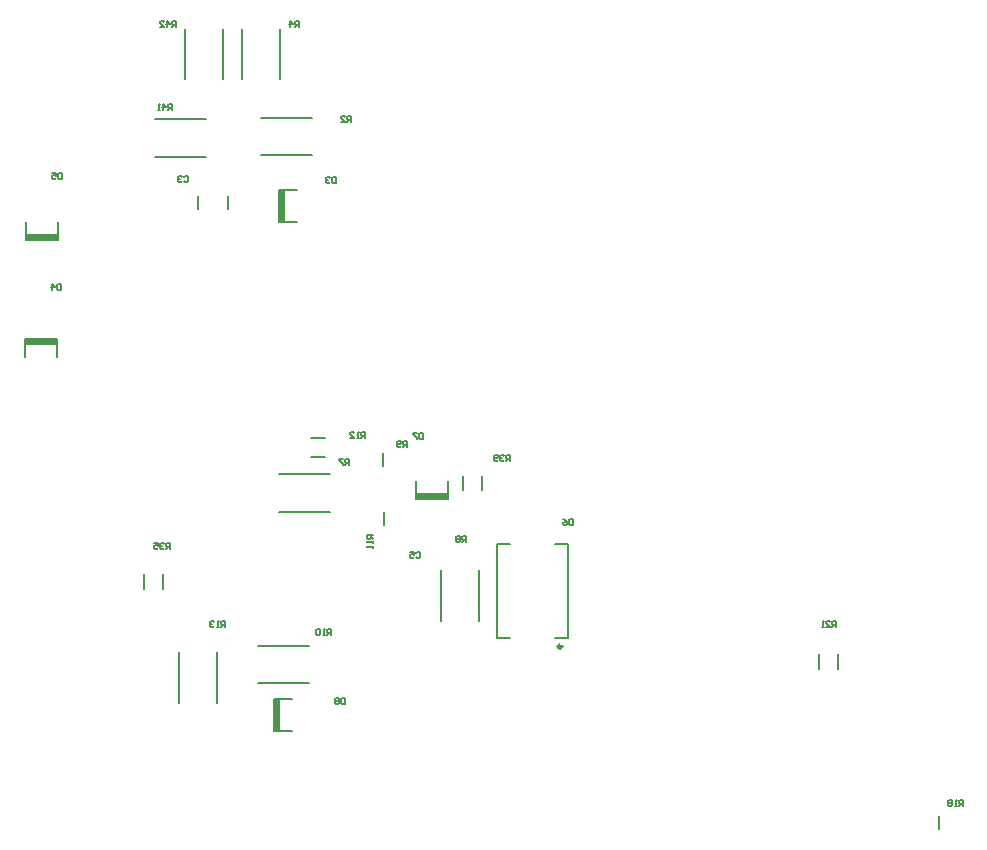
<source format=gbo>
G04*
G04 #@! TF.GenerationSoftware,Altium Limited,Altium Designer,18.1.7 (191)*
G04*
G04 Layer_Color=32896*
%FSLAX25Y25*%
%MOIN*%
G70*
G01*
G75*
%ADD15C,0.01181*%
%ADD17C,0.00500*%
%ADD20C,0.00787*%
%ADD118R,0.10630X0.01968*%
%ADD119R,0.01968X0.10630*%
D15*
X312146Y158996D02*
G03*
X312146Y158996I-591J0D01*
G01*
D17*
X181709Y191547D02*
Y193547D01*
X180709D01*
X180376Y193213D01*
Y192547D01*
X180709Y192214D01*
X181709D01*
X181042D02*
X180376Y191547D01*
X179709Y193213D02*
X179376Y193547D01*
X178710D01*
X178376Y193213D01*
Y192880D01*
X178710Y192547D01*
X179043D01*
X178710D01*
X178376Y192214D01*
Y191881D01*
X178710Y191547D01*
X179376D01*
X179709Y191881D01*
X176377Y193547D02*
X177710D01*
Y192547D01*
X177043Y192880D01*
X176710D01*
X176377Y192547D01*
Y191881D01*
X176710Y191547D01*
X177377D01*
X177710Y191881D01*
X263526Y190355D02*
X263859Y190688D01*
X264525D01*
X264859Y190355D01*
Y189022D01*
X264525Y188689D01*
X263859D01*
X263526Y189022D01*
X261526Y190688D02*
X262859D01*
Y189688D01*
X262193Y190022D01*
X261860D01*
X261526Y189688D01*
Y189022D01*
X261860Y188689D01*
X262526D01*
X262859Y189022D01*
X183500Y365500D02*
Y367499D01*
X182500D01*
X182167Y367166D01*
Y366500D01*
X182500Y366166D01*
X183500D01*
X182834D02*
X182167Y365500D01*
X180501D02*
Y367499D01*
X181501Y366500D01*
X180168D01*
X178168Y365500D02*
X179501D01*
X178168Y366833D01*
Y367166D01*
X178502Y367499D01*
X179168D01*
X179501Y367166D01*
X182201Y338000D02*
Y339999D01*
X181201D01*
X180868Y339666D01*
Y338999D01*
X181201Y338666D01*
X182201D01*
X181534D02*
X180868Y338000D01*
X179202D02*
Y339999D01*
X180201Y338999D01*
X178868D01*
X178202Y338000D02*
X177536D01*
X177869D01*
Y339999D01*
X178202Y339666D01*
X294859Y220895D02*
Y222894D01*
X293859D01*
X293526Y222561D01*
Y221894D01*
X293859Y221561D01*
X294859D01*
X294192D02*
X293526Y220895D01*
X292859Y222561D02*
X292526Y222894D01*
X291860D01*
X291526Y222561D01*
Y222227D01*
X291860Y221894D01*
X292193D01*
X291860D01*
X291526Y221561D01*
Y221228D01*
X291860Y220895D01*
X292526D01*
X292859Y221228D01*
X290860D02*
X290527Y220895D01*
X289860D01*
X289527Y221228D01*
Y222561D01*
X289860Y222894D01*
X290527D01*
X290860Y222561D01*
Y222227D01*
X290527Y221894D01*
X289527D01*
X403589Y165500D02*
Y167499D01*
X402589D01*
X402256Y167166D01*
Y166500D01*
X402589Y166166D01*
X403589D01*
X402922D02*
X402256Y165500D01*
X400256D02*
X401589D01*
X400256Y166833D01*
Y167166D01*
X400590Y167499D01*
X401256D01*
X401589Y167166D01*
X399590Y165500D02*
X398923D01*
X399257D01*
Y167499D01*
X399590Y167166D01*
X446000Y106000D02*
Y107999D01*
X445000D01*
X444667Y107666D01*
Y107000D01*
X445000Y106667D01*
X446000D01*
X445334D02*
X444667Y106000D01*
X444001D02*
X443334D01*
X443667D01*
Y107999D01*
X444001Y107666D01*
X442335D02*
X442001Y107999D01*
X441335D01*
X441002Y107666D01*
Y107333D01*
X441335Y107000D01*
X441002Y106667D01*
Y106333D01*
X441335Y106000D01*
X442001D01*
X442335Y106333D01*
Y106667D01*
X442001Y107000D01*
X442335Y107333D01*
Y107666D01*
X442001Y107000D02*
X441335D01*
X200109Y165623D02*
Y167622D01*
X199109D01*
X198776Y167289D01*
Y166622D01*
X199109Y166289D01*
X200109D01*
X199442D02*
X198776Y165623D01*
X198109D02*
X197443D01*
X197776D01*
Y167622D01*
X198109Y167289D01*
X196443D02*
X196110Y167622D01*
X195444D01*
X195110Y167289D01*
Y166955D01*
X195444Y166622D01*
X195777D01*
X195444D01*
X195110Y166289D01*
Y165956D01*
X195444Y165623D01*
X196110D01*
X196443Y165956D01*
X246535Y228614D02*
Y230613D01*
X245536D01*
X245202Y230280D01*
Y229613D01*
X245536Y229280D01*
X246535D01*
X245869D02*
X245202Y228614D01*
X244536D02*
X243870D01*
X244203D01*
Y230613D01*
X244536Y230280D01*
X241537Y228614D02*
X242870D01*
X241537Y229947D01*
Y230280D01*
X241870Y230613D01*
X242537D01*
X242870Y230280D01*
X249358Y196350D02*
X247359D01*
Y195351D01*
X247692Y195018D01*
X248359D01*
X248692Y195351D01*
Y196350D01*
Y195684D02*
X249358Y195018D01*
Y194351D02*
Y193685D01*
Y194018D01*
X247359D01*
X247692Y194351D01*
X249358Y192685D02*
Y192018D01*
Y192352D01*
X247359D01*
X247692Y192685D01*
X235347Y163000D02*
Y164999D01*
X234347D01*
X234014Y164666D01*
Y164000D01*
X234347Y163666D01*
X235347D01*
X234680D02*
X234014Y163000D01*
X233347D02*
X232681D01*
X233014D01*
Y164999D01*
X233347Y164666D01*
X231681D02*
X231348Y164999D01*
X230681D01*
X230348Y164666D01*
Y163333D01*
X230681Y163000D01*
X231348D01*
X231681Y163333D01*
Y164666D01*
X260657Y225456D02*
Y227456D01*
X259658D01*
X259324Y227122D01*
Y226456D01*
X259658Y226123D01*
X260657D01*
X259991D02*
X259324Y225456D01*
X258658Y225790D02*
X258325Y225456D01*
X257658D01*
X257325Y225790D01*
Y227122D01*
X257658Y227456D01*
X258325D01*
X258658Y227122D01*
Y226789D01*
X258325Y226456D01*
X257325D01*
X280359Y193768D02*
Y195767D01*
X279359D01*
X279026Y195434D01*
Y194767D01*
X279359Y194434D01*
X280359D01*
X279692D02*
X279026Y193768D01*
X278359Y195434D02*
X278026Y195767D01*
X277360D01*
X277026Y195434D01*
Y195101D01*
X277360Y194767D01*
X277026Y194434D01*
Y194101D01*
X277360Y193768D01*
X278026D01*
X278359Y194101D01*
Y194434D01*
X278026Y194767D01*
X278359Y195101D01*
Y195434D01*
X278026Y194767D02*
X277360D01*
X241359Y219595D02*
Y221594D01*
X240359D01*
X240026Y221261D01*
Y220594D01*
X240359Y220261D01*
X241359D01*
X240692D02*
X240026Y219595D01*
X239359Y221594D02*
X238026D01*
Y221261D01*
X239359Y219928D01*
Y219595D01*
X224500Y365500D02*
Y367499D01*
X223500D01*
X223167Y367166D01*
Y366500D01*
X223500Y366166D01*
X224500D01*
X223834D02*
X223167Y365500D01*
X221501D02*
Y367499D01*
X222501Y366500D01*
X221168D01*
X242000Y333902D02*
Y335901D01*
X241000D01*
X240667Y335568D01*
Y334901D01*
X241000Y334568D01*
X242000D01*
X241333D02*
X240667Y333902D01*
X238667D02*
X240000D01*
X238667Y335234D01*
Y335568D01*
X239001Y335901D01*
X239667D01*
X240000Y335568D01*
X239859Y141909D02*
Y139909D01*
X238859D01*
X238526Y140243D01*
Y141576D01*
X238859Y141909D01*
X239859D01*
X237859Y141576D02*
X237526Y141909D01*
X236860D01*
X236526Y141576D01*
Y141242D01*
X236860Y140909D01*
X236526Y140576D01*
Y140243D01*
X236860Y139909D01*
X237526D01*
X237859Y140243D01*
Y140576D01*
X237526Y140909D01*
X237859Y141242D01*
Y141576D01*
X237526Y140909D02*
X236860D01*
X265906Y230247D02*
Y228248D01*
X264906D01*
X264573Y228581D01*
Y229914D01*
X264906Y230247D01*
X265906D01*
X263907D02*
X262574D01*
Y229914D01*
X263907Y228581D01*
Y228248D01*
X316000Y201499D02*
Y199500D01*
X315000D01*
X314667Y199833D01*
Y201166D01*
X315000Y201499D01*
X316000D01*
X312668D02*
X313334Y201166D01*
X314001Y200500D01*
Y199833D01*
X313667Y199500D01*
X313001D01*
X312668Y199833D01*
Y200167D01*
X313001Y200500D01*
X314001D01*
X145587Y316999D02*
Y315000D01*
X144587D01*
X144254Y315333D01*
Y316666D01*
X144587Y316999D01*
X145587D01*
X142254D02*
X143587D01*
Y316000D01*
X142921Y316333D01*
X142588D01*
X142254Y316000D01*
Y315333D01*
X142588Y315000D01*
X143254D01*
X143587Y315333D01*
X145300Y279699D02*
Y277700D01*
X144300D01*
X143967Y278033D01*
Y279366D01*
X144300Y279699D01*
X145300D01*
X142301Y277700D02*
Y279699D01*
X143301Y278700D01*
X141968D01*
X237000Y315692D02*
Y313693D01*
X236000D01*
X235667Y314026D01*
Y315359D01*
X236000Y315692D01*
X237000D01*
X235001Y315359D02*
X234667Y315692D01*
X234001D01*
X233668Y315359D01*
Y315026D01*
X234001Y314693D01*
X234334D01*
X234001D01*
X233668Y314359D01*
Y314026D01*
X234001Y313693D01*
X234667D01*
X235001Y314026D01*
X186167Y315666D02*
X186500Y315999D01*
X187167D01*
X187500Y315666D01*
Y314333D01*
X187167Y314000D01*
X186500D01*
X186167Y314333D01*
X185501Y315666D02*
X185167Y315999D01*
X184501D01*
X184168Y315666D01*
Y315333D01*
X184501Y315000D01*
X184834D01*
X184501D01*
X184168Y314666D01*
Y314333D01*
X184501Y314000D01*
X185167D01*
X185501Y314333D01*
D20*
X172850Y178358D02*
Y183083D01*
X179150Y178358D02*
Y183083D01*
X397850Y151638D02*
Y156362D01*
X404150Y151638D02*
Y156362D01*
X438000Y98335D02*
Y102665D01*
X133685Y294547D02*
X144315D01*
X133685D02*
Y300453D01*
X144315Y294547D02*
Y300453D01*
X186701Y348035D02*
Y364965D01*
X199299Y348035D02*
Y364965D01*
X218299Y348035D02*
Y364965D01*
X205701Y348035D02*
Y364965D01*
X212035Y335299D02*
X228965D01*
X212035Y322701D02*
X228965D01*
X176535Y334799D02*
X193465D01*
X176535Y322201D02*
X193465D01*
X191079Y304835D02*
Y309165D01*
X200921Y304835D02*
Y309165D01*
X218047Y300685D02*
Y311315D01*
X223953D01*
X218047Y300685D02*
X223953D01*
X217894Y203795D02*
X234823D01*
X217894Y216394D02*
X234823D01*
X285508Y211232D02*
Y215957D01*
X279209Y211232D02*
Y215957D01*
X314311Y161949D02*
Y193051D01*
X309980Y161949D02*
X314311D01*
X309980Y193051D02*
X314311D01*
X290689Y161949D02*
X295020D01*
X290689Y193051D02*
X295020D01*
X290689Y161949D02*
Y193051D01*
X284658Y167630D02*
Y184559D01*
X272059Y167630D02*
Y184559D01*
X216355Y130878D02*
Y141508D01*
X222260D01*
X216355Y130878D02*
X222260D01*
X211035Y159299D02*
X227965D01*
X211035Y146701D02*
X227965D01*
X252858Y199685D02*
Y204016D01*
X263544Y208347D02*
X274173D01*
X263544D02*
Y214252D01*
X274173Y208347D02*
Y214252D01*
X252658Y219291D02*
Y223622D01*
X228638Y222307D02*
X233362D01*
X228638Y228606D02*
X233362D01*
X184559Y140130D02*
Y157059D01*
X197158Y140130D02*
Y157059D01*
X133185Y261453D02*
X143815D01*
Y255547D02*
Y261453D01*
X133185Y255547D02*
Y261453D01*
D118*
X139000Y295532D02*
D03*
X268859Y209331D02*
D03*
X138500Y260469D02*
D03*
D119*
X219032Y306000D02*
D03*
X217339Y136193D02*
D03*
M02*

</source>
